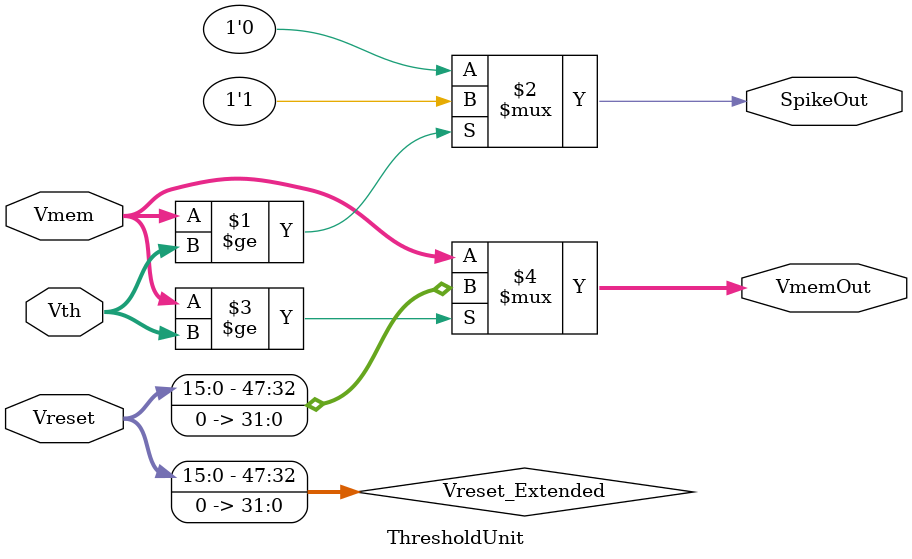
<source format=v>
/*
-----------------------------------------------------
| Created on: 12.07.2018		            						
| Author: Saunak Saha				    
|                                                   
| Department of Electrical and Computer Engineering 
| Iowa State University                             
-----------------------------------------------------
*/


`timescale 1ns/1ns
module ThresholdUnit
#(
	parameter INTEGER_WIDTH = 16, 
	parameter DATA_WIDTH_FRAC = 32,
	parameter DATA_WIDTH = INTEGER_WIDTH + DATA_WIDTH_FRAC
)
(

	input wire signed [(DATA_WIDTH-1):0] Vth,
	input wire signed [(DATA_WIDTH-1):0] Vmem,
	input wire signed [(INTEGER_WIDTH-1):0] Vreset,

	output wire signed [(DATA_WIDTH-1):0] VmemOut,
	output wire SpikeOut 
);

	//Intermediate Values:
	wire signed [(DATA_WIDTH-1):0] Vreset_Extended;


	//Wire Select and/or padding for Fixed-point Arithmetic
	assign Vreset_Extended = {Vreset,{DATA_WIDTH_FRAC{1'b0}}};              //pad fractional bits 



	//Combinational Computation

	assign SpikeOut = (Vmem >= Vth) ? 1'b1 : 1'b0;
	assign VmemOut = (Vmem >= Vth) ? Vreset_Extended : Vmem;


	endmodule

</source>
